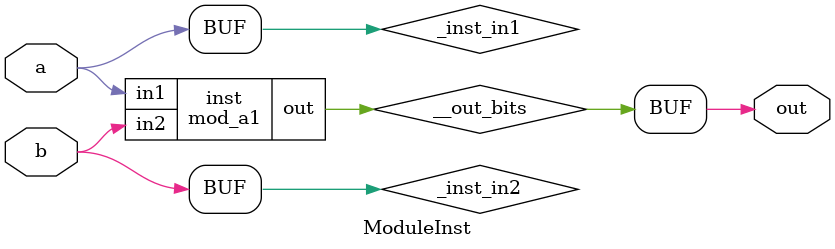
<source format=sv>
module mod_a1(
  input  wire in1,
              in2,
  output wire out
);

  // Variables for output ports
  logic __out_bits;

  assign __out_bits = in1 & in2;

  assign out = __out_bits;
endmodule

module ModuleInst(
  input  wire a,
              b,
  output wire out
);

  // Variables for output ports
  logic __out_bits;

  // s.inst = mod_a1()
  logic _inst_in1;
  logic _inst_in2;
  mod_a1 inst (
    .in1 (_inst_in1),
    .in2 (_inst_in2),
    .out (__out_bits)
  );

  assign _inst_in1 = a;
  assign _inst_in2 = b;

  assign out = __out_bits;
endmodule

</source>
